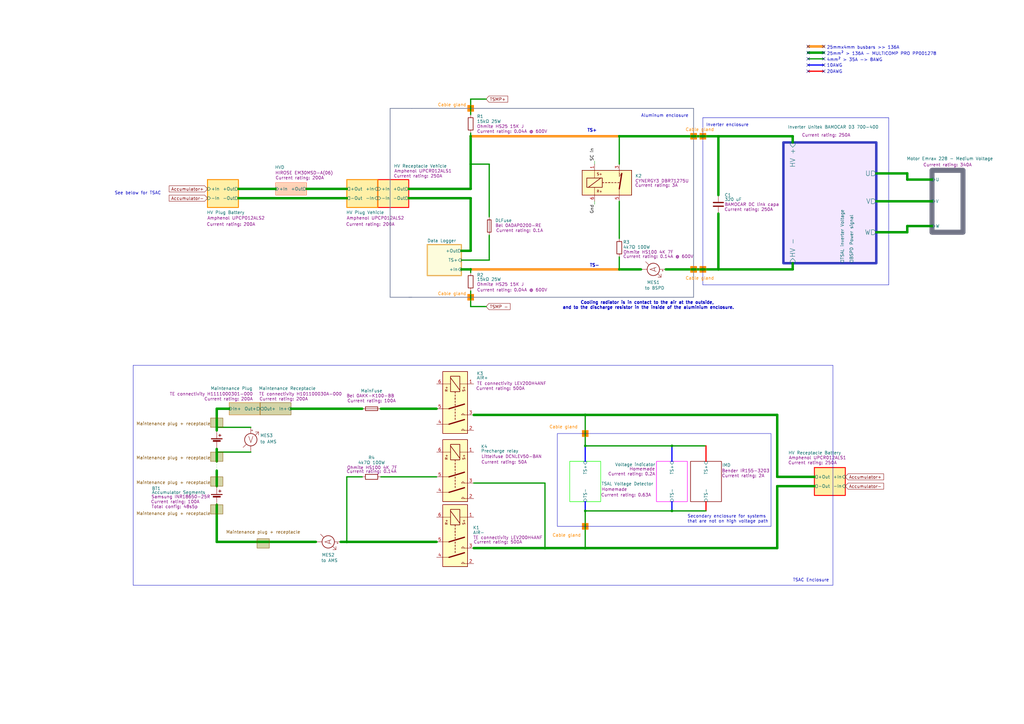
<source format=kicad_sch>
(kicad_sch (version 20231120) (generator "eeschema") (generator_version "8.0")
  (paper "A3")
  (title_block (title "TS entire schematic") (date "2024-03-28") (rev "v2.0") (company "EPSA"))
  (lib_symbols
    (symbol "Device:Ammeter_DC" (pin_numbers hide) (pin_names (offset 0.0254) hide)
      (property "Reference" "MES" (at -3.302 1.016 0))
      (property "Value" "Ammeter_DC" (at -3.302 -0.762 0))
      (symbol "Ammeter_DC_0_0"
        (polyline (pts (xy -3.175 -3.175) (xy -1.905 -1.905)))
        (polyline (pts (xy 1.905 1.905) (xy 3.175 3.175)))
        (polyline (pts (xy 1.905 3.175) (xy 3.175 3.175) (xy 3.175 1.905)))
        (text "A" (at 0 0 0) (effects (font (size 2.54 2.54))))
      )
      (symbol "Ammeter_DC_0_1"
        (polyline (pts (xy 0.254 3.81) (xy 0.762 3.81)))
        (polyline (pts (xy 0.508 4.064) (xy 0.508 3.556)))
        (circle (center 0 0) (radius 2.54) (stroke (width 0.254)))
      )
      (symbol "Ammeter_DC_1_1"
        (pin passive line (at 0 -5.08 90) (length 2.54) (name "-") (number "1"))
        (pin passive line (at 0 5.08 270) (length 2.54) (name "+") (number "2"))
      )
    )
    (symbol "Device:Battery_Cell" (pin_numbers hide) (pin_names (offset 0) hide)
      (property "Reference" "BT" (at 2.54 2.54 0))
      (property "Value" "Battery_Cell" (at 2.54 0 0))
      (symbol "Battery_Cell_0_1"
        (rectangle (start -2.286 1.778) (end 2.286 1.524) (fill (type outline)))
        (rectangle (start -1.524 1.016) (end 1.524 0.508) (fill (type outline)))
        (polyline (pts (xy 0 0.762) (xy 0 0)))
        (polyline (pts (xy 0 1.778) (xy 0 2.54)))
        (polyline (pts (xy 0.762 3.048) (xy 1.778 3.048)) (stroke (width 0.254)))
        (polyline (pts (xy 1.27 3.556) (xy 1.27 2.54)) (stroke (width 0.254)))
      )
      (symbol "Battery_Cell_1_1"
        (pin passive line (at 0 5.08 270) (length 2.54) (name "+") (number "1"))
        (pin passive line (at 0 -2.54 90) (length 2.54) (name "-") (number "2"))
      )
    )
    (symbol "Device:C" (pin_numbers hide) (pin_names (offset 0.254))
      (property "Reference" "C" (at 0.635 2.54 0))
      (property "Value" "C" (at 0.635 -2.54 0))
      (symbol "C_0_1"
        (polyline (pts (xy -2.032 -0.762) (xy 2.032 -0.762)) (stroke (width 0.508)))
        (polyline (pts (xy -2.032 0.762) (xy 2.032 0.762)) (stroke (width 0.508)))
      )
      (symbol "C_1_1"
        (pin passive line (at 0 3.81 270) (length 2.794) (name "~") (number "1"))
        (pin passive line (at 0 -3.81 90) (length 2.794) (name "~") (number "2"))
      )
    )
    (symbol "Device:Fuse" (pin_numbers hide) (pin_names (offset 0))
      (property "Reference" "F" (at 2.032 0 90))
      (property "Value" "Fuse" (at -1.905 0 90))
      (symbol "Fuse_0_1"
        (rectangle (start -0.762 -2.54) (end 0.762 2.54) (stroke (width 0.254)))
        (polyline (pts (xy 0 2.54) (xy 0 -2.54)))
      )
      (symbol "Fuse_1_1"
        (pin passive line (at 0 3.81 270) (length 1.27) (name "~") (number "1"))
        (pin passive line (at 0 -3.81 90) (length 1.27) (name "~") (number "2"))
      )
    )
    (symbol "Device:R" (pin_numbers hide) (pin_names (offset 0))
      (property "Reference" "R" (at 2.032 0 90))
      (property "Value" "R" (at 0 0 90))
      (symbol "R_0_1"
        (rectangle (start -1.016 -2.54) (end 1.016 2.54) (stroke (width 0.254)))
      )
      (symbol "R_1_1"
        (pin passive line (at 0 3.81 270) (length 1.27) (name "~") (number "1"))
        (pin passive line (at 0 -3.81 90) (length 1.27) (name "~") (number "2"))
      )
    )
    (symbol "Device:Voltmeter_DC" (pin_numbers hide) (pin_names (offset 0.0254) hide)
      (property "Reference" "MES" (at -3.302 1.016 0))
      (property "Value" "Voltmeter_DC" (at -3.302 -0.762 0))
      (symbol "Voltmeter_DC_0_0"
        (polyline (pts (xy -3.175 -3.175) (xy -1.905 -1.905)))
        (polyline (pts (xy 1.905 1.905) (xy 3.175 3.175)))
        (polyline (pts (xy 1.905 3.175) (xy 3.175 3.175) (xy 3.175 1.905)))
        (text "V" (at 0 0 0) (effects (font (size 2.54 2.54))))
      )
      (symbol "Voltmeter_DC_0_1"
        (polyline (pts (xy 0.254 3.81) (xy 0.762 3.81)))
        (polyline (pts (xy 0.508 4.064) (xy 0.508 3.556)))
        (circle (center 0 0) (radius 2.54) (stroke (width 0.254)))
      )
      (symbol "Voltmeter_DC_1_1"
        (pin passive line (at 0 -5.08 90) (length 2.54) (name "-") (number "1"))
        (pin passive line (at 0 5.08 270) (length 2.54) (name "+") (number "2"))
      )
    )
    (symbol "EPSA_lib:NC relays"
      (property "Reference" "K" (at 11.43 3.81 0))
      (property "Value" "NC" (at 13.97 1.27 0))
      (symbol "NC relays_1_1"
        (rectangle (start -10.16 5.08) (end 10.16 -5.08) (stroke (width 0.254)) (fill (type background)))
        (rectangle (start -8.255 1.905) (end -1.905 -1.905) (stroke (width 0.254)))
        (polyline (pts (xy -7.62 -1.905) (xy -2.54 1.905)) (stroke (width 0.254)))
        (polyline (pts (xy -5.08 -5.08) (xy -5.08 -1.905)))
        (polyline (pts (xy -5.08 5.08) (xy -5.08 1.905)))
        (polyline (pts (xy -1.905 0) (xy -1.27 0)) (stroke (width 0.254)))
        (polyline (pts (xy -0.635 0) (xy 0 0)) (stroke (width 0.254)))
        (polyline (pts (xy 0.635 0) (xy 1.27 0)) (stroke (width 0.254)))
        (polyline (pts (xy 0.635 0) (xy 1.27 0)) (stroke (width 0.254)))
        (polyline (pts (xy 1.905 0) (xy 2.54 0)) (stroke (width 0.254)))
        (polyline (pts (xy 3.175 0) (xy 3.81 0)) (stroke (width 0.254)))
        (polyline (pts (xy 4.445 0) (xy 5.08 0)) (stroke (width 0.254)))
        (polyline (pts (xy 5.08 -2.54) (xy 5.08 -5.08)))
        (polyline (pts (xy 5.08 -2.54) (xy 6.096 3.81)) (stroke (width 0.508)))
        (polyline (pts (xy 5.08 3.81) (xy 5.08 5.08)))
        (polyline (pts (xy 5.08 3.81) (xy 5.08 2.54) (xy 5.715 3.175) (xy 5.08 3.81)))
        (text "R+" (at -3.048 -3.556 0) (effects (font (size 1.016 1.016))))
        (text "S+" (at -3.048 3.556 0) (effects (font (size 1.016 1.016))))
        (pin passive line (at -5.08 7.62 270) (length 2.54) (name "~") (number "1"))
        (pin passive line (at 5.08 7.62 270) (length 2.54) (name "~") (number "3"))
        (pin passive line (at 5.08 -7.62 90) (length 2.54) (name "~") (number "5"))
        (pin passive line (at -5.08 -7.62 90) (length 2.54) (name "~") (number "6"))
      )
    )
    (symbol "EPSA_lib:RELAYS"
      (property "Reference" "K" (at -13.97 -11.43 0))
      (property "Value" "RELAYS" (at -13.97 -13.97 0))
      (symbol "RELAYS_1_1"
        (rectangle (start -10.16 5.08) (end 15.24 -5.08) (stroke (width 0.254)) (fill (type background)))
        (rectangle (start -8.255 1.905) (end -1.905 -1.905) (stroke (width 0.254)))
        (polyline (pts (xy -7.62 -1.905) (xy -2.54 1.905)) (stroke (width 0.254)))
        (polyline (pts (xy -5.08 -5.08) (xy -5.08 -1.905)))
        (polyline (pts (xy -5.08 5.08) (xy -5.08 1.905)))
        (polyline (pts (xy -1.905 0) (xy -1.27 0)) (stroke (width 0.254)))
        (polyline (pts (xy -0.635 0) (xy 0 0)) (stroke (width 0.254)))
        (polyline (pts (xy 0.635 0) (xy 1.27 0)) (stroke (width 0.254)))
        (polyline (pts (xy 0.635 0) (xy 1.27 0)) (stroke (width 0.254)))
        (polyline (pts (xy 1.905 0) (xy 2.54 0)) (stroke (width 0.254)))
        (polyline (pts (xy 3.175 0) (xy 3.81 0)) (stroke (width 0.254)))
        (polyline (pts (xy 5.08 -2.54) (xy 3.175 3.81)) (stroke (width 0.508)))
        (polyline (pts (xy 5.08 -2.54) (xy 5.08 -5.08)))
        (polyline (pts (xy 5.08 0) (xy 5.715 0)) (stroke (width 0.254)))
        (polyline (pts (xy 6.35 0) (xy 6.985 0)) (stroke (width 0.254)))
        (polyline (pts (xy 7.62 0) (xy 8.255 0)) (stroke (width 0.254)))
        (polyline (pts (xy 7.62 3.81) (xy 7.62 5.08)))
        (polyline (pts (xy 8.89 0) (xy 9.525 0)) (stroke (width 0.254)))
        (polyline (pts (xy 11.43 -2.54) (xy 9.525 3.81)) (stroke (width 0.508)))
        (polyline (pts (xy 11.43 -2.54) (xy 11.43 -5.08)))
        (polyline (pts (xy 13.97 3.81) (xy 13.97 5.08)))
        (polyline (pts (xy 7.62 3.81) (xy 7.62 2.54) (xy 6.985 3.175) (xy 7.62 3.81)))
        (polyline (pts (xy 13.97 3.81) (xy 13.97 2.54) (xy 13.335 3.175) (xy 13.97 3.81)))
        (text "R+" (at -3.048 -3.556 0) (effects (font (size 1.016 1.016))))
        (text "S+" (at -3.048 3.556 0) (effects (font (size 1.016 1.016))))
        (pin passive line (at -5.08 7.62 270) (length 2.54) (name "~") (number "1"))
        (pin passive line (at 13.97 7.62 270) (length 2.54) (name "~") (number "2"))
        (pin passive line (at 7.62 7.62 270) (length 2.54) (name "~") (number "3"))
        (pin passive line (at 11.43 -7.62 90) (length 2.54) (name "~") (number "4"))
        (pin passive line (at 5.08 -7.62 90) (length 2.54) (name "~") (number "5"))
        (pin passive line (at -5.08 -7.62 90) (length 2.54) (name "~") (number "6"))
      )
    )
  )
  (junction (at 254 110.49))
  (junction (at 240.03 182.88))
  (junction (at 254 55.88))
  (junction (at 275.59 209.55))
  (junction (at 294.64 110.49))
  (junction (at 294.64 55.88))
  (junction (at 193.04 67.31))
  (junction (at 88.9 175.26))
  (junction (at 240.03 170.18))
  (junction (at 193.04 110.49))
  (junction (at 240.03 209.55))
  (junction (at 240.03 224.79))
  (junction (at 275.59 182.88))
  (junction (at 88.9 185.42))
  (junction (at 223.52 224.79))
  (junction (at 193.04 55.88))
  (junction (at 142.24 222.25))
  (no_connect (at 337.82 29.21))
  (no_connect (at 331.47 19.05))
  (no_connect (at 331.47 21.59))
  (no_connect (at 337.82 24.13))
  (no_connect (at 331.47 24.13))
  (no_connect (at 337.82 26.67))
  (no_connect (at 331.47 26.67))
  (no_connect (at 331.47 29.21))
  (no_connect (at 337.82 21.59))
  (no_connect (at 337.82 19.05))
  (wire (pts (xy 88.9 222.25) (xy 129.54 222.25)) (stroke (width 1)))
  (wire (pts (xy 275.59 209.55) (xy 289.56 209.55)) (stroke (width 0.5)))
  (wire (pts (xy 119.38 167.64) (xy 148.59 167.64)) (stroke (width 1)))
  (wire (pts (xy 331.47 26.67) (xy 337.82 26.67)) (stroke (width 0.5) (color 0 0 255 1)))
  (wire (pts (xy 88.9 185.42) (xy 102.87 185.42)) (stroke (width 0.5)))
  (wire (pts (xy 88.9 175.26) (xy 88.9 176.53)) (stroke (width 0.5)))
  (wire (pts (xy 200.66 67.31) (xy 193.04 67.31)) (stroke (width 0.5)))
  (wire (pts (xy 318.77 199.39) (xy 334.01 199.39)) (stroke (width 1)))
  (wire (pts (xy 189.23 110.49) (xy 193.04 110.49)) (stroke (width 1)))
  (wire (pts (xy 294.64 80.01) (xy 294.64 55.88)) (stroke (width 1)))
  (polyline (pts (xy 168.91 44.45) (xy 160.02 44.45)) (stroke (width 0.3) (type solid) (color 118 129 159 1)))
  (polyline (pts (xy 288.29 116.84) (xy 289.56 116.84)))
  (polyline (pts (xy 364.49 116.84) (xy 364.49 48.26)))
  (wire (pts (xy 142.24 195.58) (xy 142.24 222.25)) (stroke (width 0.5)))
  (wire (pts (xy 88.9 175.26) (xy 102.87 175.26)) (stroke (width 0.5)))
  (polyline (pts (xy 54.61 149.86) (xy 341.63 149.86)) (stroke (width 0) (type solid)))
  (wire (pts (xy 254 55.88) (xy 294.64 55.88)) (stroke (width 1)))
  (wire (pts (xy 193.04 46.99) (xy 193.04 40.64)) (stroke (width 0.5)))
  (wire (pts (xy 318.77 195.58) (xy 334.01 195.58)) (stroke (width 1)))
  (wire (pts (xy 372.11 92.71) (xy 382.27 92.71)) (stroke (width 1)))
  (wire (pts (xy 200.66 106.68) (xy 200.66 96.52)) (stroke (width 0.5)))
  (wire (pts (xy 193.04 67.31) (xy 193.04 77.47)) (stroke (width 1)))
  (polyline (pts (xy 288.29 48.26) (xy 288.29 116.84)))
  (wire (pts (xy 254 105.41) (xy 254 110.49)) (stroke (width 0.5)))
  (wire (pts (xy 88.9 193.04) (xy 88.9 199.39)) (stroke (width 1)))
  (wire (pts (xy 125.73 77.47) (xy 142.24 77.47)) (stroke (width 1)))
  (wire (pts (xy 289.56 205.74) (xy 289.56 209.55)) (stroke (width 0.5) (color 255 0 0 1)))
  (wire (pts (xy 318.77 170.18) (xy 318.77 195.58)) (stroke (width 1)))
  (wire (pts (xy 97.79 81.28) (xy 142.24 81.28)) (stroke (width 1)))
  (wire (pts (xy 318.77 224.79) (xy 318.77 199.39)) (stroke (width 1)))
  (wire (pts (xy 294.64 110.49) (xy 294.64 87.63)) (stroke (width 1)))
  (wire (pts (xy 372.11 73.66) (xy 382.27 73.66)) (stroke (width 1)))
  (wire (pts (xy 240.03 189.23) (xy 240.03 182.88)) (stroke (width 0.5) (color 0 0 255 1)))
  (wire (pts (xy 359.41 95.25) (xy 372.11 95.25)) (stroke (width 1)))
  (wire (pts (xy 88.9 175.26) (xy 88.9 176.53)) (stroke (width 1)))
  (wire (pts (xy 88.9 189.23) (xy 88.9 185.42)) (stroke (width 1)))
  (wire (pts (xy 88.9 167.64) (xy 88.9 175.26)) (stroke (width 1)))
  (wire (pts (xy 88.9 185.42) (xy 88.9 184.15)) (stroke (width 1)))
  (wire (pts (xy 88.9 189.23) (xy 88.9 193.04)) (stroke (width 0) (type dot)))
  (polyline (pts (xy 363.22 48.26) (xy 364.49 48.26)))
  (wire (pts (xy 189.23 106.68) (xy 200.66 106.68)) (stroke (width 0.5)))
  (wire (pts (xy 193.04 40.64) (xy 199.39 40.64)) (stroke (width 0.5)))
  (polyline (pts (xy 341.63 149.86) (xy 341.63 240.03)) (stroke (width 0) (type solid)))
  (wire (pts (xy 88.9 207.01) (xy 88.9 222.25)) (stroke (width 1)))
  (wire (pts (xy 243.84 66.04) (xy 243.84 67.31)))
  (wire (pts (xy 240.03 170.18) (xy 318.77 170.18)) (stroke (width 1)))
  (wire (pts (xy 193.04 55.88) (xy 193.04 54.61)) (stroke (width 0.5)))
  (wire (pts (xy 193.04 110.49) (xy 254 110.49)) (stroke (width 1.016) (color 255 142 26 1)))
  (polyline (pts (xy 54.61 240.03) (xy 54.61 149.86)) (stroke (width 0) (type solid)))
  (wire (pts (xy 243.84 82.55) (xy 243.84 83.82)))
  (wire (pts (xy 372.11 95.25) (xy 372.11 92.71)) (stroke (width 1)))
  (polyline (pts (xy 288.29 48.26) (xy 363.22 48.26)))
  (wire (pts (xy 193.04 125.73) (xy 199.39 125.73)) (stroke (width 0.5)))
  (wire (pts (xy 325.12 107.95) (xy 325.12 110.49)) (stroke (width 1)))
  (wire (pts (xy 240.03 224.79) (xy 318.77 224.79)) (stroke (width 1)))
  (wire (pts (xy 289.56 182.88) (xy 289.56 189.23)) (stroke (width 0.5) (color 255 0 0 1)))
  (wire (pts (xy 254 110.49) (xy 262.89 110.49)) (stroke (width 1)))
  (wire (pts (xy 194.31 224.79) (xy 223.52 224.79)) (stroke (width 1)))
  (polyline (pts (xy 284.48 121.92) (xy 167.64 121.92)) (stroke (width 0.3) (type solid) (color 118 129 159 1)))
  (wire (pts (xy 275.59 189.23) (xy 275.59 182.88)) (stroke (width 0.5) (color 0 0 255 1)))
  (wire (pts (xy 273.05 110.49) (xy 294.64 110.49)) (stroke (width 1)))
  (wire (pts (xy 142.24 195.58) (xy 148.59 195.58)) (stroke (width 0.5)))
  (wire (pts (xy 193.04 102.87) (xy 189.23 102.87)) (stroke (width 1)))
  (polyline (pts (xy 168.91 44.45) (xy 284.48 44.45)) (stroke (width 0.3) (type solid) (color 118 129 159 1)))
  (wire (pts (xy 88.9 185.42) (xy 88.9 184.15)) (stroke (width 0.5)))
  (wire (pts (xy 156.21 195.58) (xy 179.07 195.58)) (stroke (width 0.5)))
  (polyline (pts (xy 284.48 44.45) (xy 284.48 121.92)) (stroke (width 0.3) (type solid) (color 118 129 159 1)))
  (wire (pts (xy 194.31 170.18) (xy 240.03 170.18)) (stroke (width 1)))
  (wire (pts (xy 331.47 21.59) (xy 337.82 21.59)) (stroke (width 1)))
  (wire (pts (xy 193.04 111.76) (xy 193.04 110.49)) (stroke (width 0.5)))
  (wire (pts (xy 139.7 222.25) (xy 142.24 222.25)) (stroke (width 1)))
  (wire (pts (xy 240.03 209.55) (xy 240.03 224.79)) (stroke (width 0.5)))
  (wire (pts (xy 359.41 82.55) (xy 382.27 82.55)) (stroke (width 1)))
  (wire (pts (xy 240.03 209.55) (xy 275.59 209.55)) (stroke (width 0.5)))
  (wire (pts (xy 193.04 119.38) (xy 193.04 125.73)) (stroke (width 0.5)))
  (wire (pts (xy 254 67.31) (xy 254 55.88)) (stroke (width 0.5)))
  (wire (pts (xy 97.79 77.47) (xy 113.03 77.47)) (stroke (width 1)))
  (wire (pts (xy 359.41 71.12) (xy 372.11 71.12)) (stroke (width 1)))
  (wire (pts (xy 200.66 88.9) (xy 200.66 67.31)) (stroke (width 0.5)))
  (wire (pts (xy 142.24 222.25) (xy 179.07 222.25)) (stroke (width 1)))
  (wire (pts (xy 294.64 110.49) (xy 325.12 110.49)) (stroke (width 1)))
  (wire (pts (xy 331.47 29.21) (xy 337.82 29.21)) (stroke (width 0.5) (color 255 0 0 1)))
  (wire (pts (xy 240.03 182.88) (xy 275.59 182.88)) (stroke (width 0.5)))
  (wire (pts (xy 223.52 224.79) (xy 240.03 224.79)) (stroke (width 1)))
  (wire (pts (xy 193.04 81.28) (xy 193.04 102.87)) (stroke (width 1)))
  (wire (pts (xy 275.59 182.88) (xy 289.56 182.88)) (stroke (width 0.5)))
  (wire (pts (xy 294.64 55.88) (xy 325.12 55.88)) (stroke (width 1)))
  (wire (pts (xy 331.47 19.05) (xy 337.82 19.05)) (stroke (width 1.016) (color 255 142 26 1)))
  (wire (pts (xy 223.52 198.12) (xy 223.52 224.79)) (stroke (width 0.5)))
  (wire (pts (xy 254 82.55) (xy 254 97.79)) (stroke (width 0.5)))
  (wire (pts (xy 156.21 167.64) (xy 179.07 167.64)) (stroke (width 1)))
  (polyline (pts (xy 341.63 240.03) (xy 54.61 240.03)) (stroke (width 0) (type solid)))
  (wire (pts (xy 240.03 170.18) (xy 240.03 182.88)) (stroke (width 0.5)))
  (wire (pts (xy 240.03 209.55) (xy 240.03 205.74)) (stroke (width 0.5) (color 0 0 255 1)))
  (wire (pts (xy 275.59 209.55) (xy 275.59 205.74)) (stroke (width 0.5) (color 0 0 255 1)))
  (wire (pts (xy 167.64 81.28) (xy 193.04 81.28)) (stroke (width 1)))
  (polyline (pts (xy 160.02 44.45) (xy 160.02 121.92)) (stroke (width 0.3) (type solid) (color 118 129 159 1)))
  (wire (pts (xy 194.31 198.12) (xy 223.52 198.12)) (stroke (width 0.5)))
  (wire (pts (xy 167.64 77.47) (xy 193.04 77.47)) (stroke (width 1)))
  (wire (pts (xy 372.11 71.12) (xy 372.11 73.66)) (stroke (width 1)))
  (wire (pts (xy 88.9 167.64) (xy 93.98 167.64)) (stroke (width 1)))
  (polyline (pts (xy 160.02 121.92) (xy 168.91 121.92)) (stroke (width 0.3) (type solid) (color 118 129 159 1)))
  (wire (pts (xy 193.04 55.88) (xy 254 55.88)) (stroke (width 1.016) (color 255 142 26 1)))
  (wire (pts (xy 325.12 55.88) (xy 325.12 58.42)) (stroke (width 1)))
  (wire (pts (xy 331.47 24.13) (xy 337.82 24.13)) (stroke (width 0.5)))
  (wire (pts (xy 193.04 55.88) (xy 193.04 67.31)) (stroke (width 1)))
  (polyline (pts (xy 289.56 116.84) (xy 364.49 116.84)))
  (rectangle (start 283.21 54.61) (end 285.75 57.15) (stroke (width 0) (color 255 124 0 1)) (fill (type color) (color 255 134 0 1)))
  (rectangle (start 287.02 109.22) (end 289.56 111.76) (stroke (width 0) (color 255 124 0 1)) (fill (type color) (color 255 134 0 1)))
  (rectangle (start 105.41 220.98) (end 110.49 224.79) (stroke (width 0) (color 128 77 0 1)) (fill (type color) (color 132 132 0 0.35)))
  (rectangle (start 86.36 185.42) (end 91.44 189.23) (stroke (width 0) (color 128 77 0 1)) (fill (type color) (color 132 132 0 0.35)))
  (rectangle (start 86.36 207.01) (end 91.44 210.82) (stroke (width 0) (color 128 77 0 1)) (fill (type color) (color 132 132 0 0.35)))
  (rectangle (start 191.77 43.18) (end 194.31 45.72) (stroke (width 0) (color 255 124 0 1)) (fill (type color) (color 255 134 0 1)))
  (rectangle (start 238.76 176.53) (end 241.3 179.07) (stroke (width 0) (color 255 124 0 1)) (fill (type color) (color 255 134 0 1)))
  (rectangle (start 287.02 54.61) (end 289.56 57.15) (stroke (width 0) (color 255 124 0 1)) (fill (type color) (color 255 134 0 1)))
  (rectangle (start 86.36 171.45) (end 91.44 175.26) (stroke (width 0) (color 128 77 0 1)) (fill (type color) (color 132 132 0 0.35)))
  (rectangle (start 228.6 177.8) (end 316.23 215.9))
  (rectangle (start 191.77 120.65) (end 194.31 123.19) (stroke (width 0) (color 255 124 0 1)) (fill (type color) (color 255 134 0 1)))
  (rectangle (start 238.76 214.63) (end 241.3 217.17) (stroke (width 0) (color 255 124 0 1)) (fill (type color) (color 255 134 0 1)))
  (rectangle (start 86.36 195.58) (end 91.44 199.39) (stroke (width 0) (color 128 77 0 1)) (fill (type color) (color 132 132 0 0.35)))
  (rectangle (start 283.21 109.22) (end 285.75 111.76) (stroke (width 0) (color 255 124 0 1)) (fill (type color) (color 255 134 0 1)))
  (text "See below for TSAC" (at 46.99 80.01 0) (effects (font (size 1.27 1.27)) (justify left bottom)))
  (text "Cooling radiator is in contact to the air at the outside, \nand to the discharge resistor in the inside of the aluminium enclosure." (at 265.938 125.222 0) (effects (font (size 1.27 1.27) (bold yes))))
  (text "Cable gland" (at 185.42 120.65 0) (effects (font (size 1.27 1.27))))
  (text "25mmx4mm busbars >> 136A" (at 339.09 20.32 0) (effects (font (size 1.27 1.27)) (justify left bottom)))
  (text "Cable gland" (at 287.02 53.34 0) (effects (font (size 1.27 1.27))))
  (text "Secondary enclosure for systems \nthat are not on high voltage path" (at 281.94 214.63 0) (effects (font (size 1.27 1.27)) (justify left bottom)))
  (text "Maintenance plug + receptacle\n" (at 71.12 210.82 0) (effects (font (size 1.27 1.27))))
  (text "TSAC Enclosure" (at 325.12 238.76 0) (effects (font (size 1.27 1.27)) (justify left bottom)))
  (text "10AWG\n" (at 339.09 27.686 0) (effects (font (size 1.27 1.27)) (justify left bottom)))
  (text "25mm² > 136A - MULTICOMP PRO PP001278\n" (at 339.09 22.86 0) (effects (font (size 1.27 1.27)) (justify left bottom)))
  (text "Cable gland" (at 231.14 175.26 0) (effects (font (size 1.27 1.27))))
  (text "Maintenance plug + receptacle\n" (at 107.95 218.44 0) (effects (font (size 1.27 1.27))))
  (text "Cable gland" (at 287.02 114.3 0) (effects (font (size 1.27 1.27))))
  (text "20AWG\n" (at 339.09 30.226 0) (effects (font (size 1.27 1.27)) (justify left bottom)))
  (text "4mm² > 35A -> 8AWG\n" (at 339.09 25.4 0) (effects (font (size 1.27 1.27)) (justify left bottom)))
  (text "Maintenance plug + receptacle\n" (at 71.12 173.99 0) (effects (font (size 1.27 1.27))))
  (text "Cable gland" (at 232.41 219.71 0) (effects (font (size 1.27 1.27))))
  (text "TS-" (at 243.84 108.966 0) (effects (font (size 1.27 1.27) (thickness 0.254) (bold yes))))
  (text "Maintenance plug + receptacle\n" (at 71.12 198.12 0) (effects (font (size 1.27 1.27))))
  (text "Aluminum enclosure" (at 262.89 48.26 0) (effects (font (size 1.27 1.27)) (justify left bottom)))
  (text "Inverter enclosure" (at 289.56 52.07 0) (effects (font (size 1.27 1.27)) (justify left bottom)))
  (text "Cable gland" (at 185.42 43.18 0) (effects (font (size 1.27 1.27))))
  (text "TS+" (at 242.824 53.594 0) (effects (font (size 1.27 1.27) (thickness 0.254) (bold yes))))
  (text "Maintenance plug + receptacle\n" (at 71.12 187.96 0) (effects (font (size 1.27 1.27))))
  (label "Gnd" (at 243.84 83.82 270))
  (label "SC in" (at 243.84 66.04 90))
  (global_label "Accumulator-" (shape input) (at 85.09 81.28 180) (property "Intersheetrefs" "${INTERSHEET_REFS}" (effects (hide yes))))
  (global_label "Accumulator+" (shape input) (at 346.71 195.58 0) (property "Intersheetrefs" "${INTERSHEET_REFS}" (effects (hide yes))))
  (global_label "Accumulator+" (shape input) (at 85.09 77.47 180) (property "Intersheetrefs" "${INTERSHEET_REFS}" (effects (hide yes))))
  (global_label "TSMP -" (shape input) (at 199.39 125.73 0) (property "Intersheetrefs" "${INTERSHEET_REFS}" (effects (hide yes))))
  (global_label "Accumulator-" (shape input) (at 346.71 199.39 0) (property "Intersheetrefs" "${INTERSHEET_REFS}" (effects (hide yes))))
  (global_label "TSMP+" (shape input) (at 199.39 40.64 0) (property "Intersheetrefs" "${INTERSHEET_REFS}" (effects (hide yes))))
  (symbol (lib_id "EPSA_lib:NC relays") (at 248.92 74.93 0) (unit 1) (exclude_from_sim yes)
    (property "Reference" "K2" (at 261.874 72.136 0))
    (property "Value" "CYNERGY3 DBR71275U" (effects (hide yes)))
    (property "Footprint" "Relay_THT:Relay_1P1T_NO_10x24x18.8mm_Panasonic_ADW11xxxxW_THT" (effects (hide yes)))
    (property "Datasheet" "https://www.panasonic-electric-works.com/pew/es/downloads/ds_dw_hl_en.pdf" (effects (hide yes)))
    (property "Description" "CYNERGY3 DBR71275U" (at 271.526 74.168 0))
    (property "Current rating" "3A" (at 269.24 75.946 0) (show_name yes))
  )
  (symbol (lib_id "Device:R") (at 254 101.6 180) (unit 1)
    (property "Reference" "R3" (at 255.524 99.314 0) (effects (justify right)))
    (property "Value" "4k7Ω 100W" (at 255.524 101.346 0) (effects (justify right)))
    (property "Description" "Ohmite HS100 4K 7F" (at 265.938 103.378 0))
    (property "Current rating" "0.14A @ 600V" (at 270.002 105.156 0) (show_name yes))
  )
  (symbol (lib_id "Device:R") (at 152.4 195.58 270) (unit 1)
    (property "Reference" "R4" (at 152.4 187.706 90))
    (property "Value" "4k7Ω 100W" (at 152.4 189.738 90))
    (property "Description" "Ohmite HS100 4K 7F" (at 152.654 191.77 90))
    (property "Current rating" "0.14A" (at 152.4 193.294 90) (show_name yes))
  )
  (symbol (lib_id "Device:Ammeter_DC") (at 267.97 110.49 270) (unit 1)
    (property "Reference" "MES1" (at 267.97 115.824 90))
    (property "Value" "to BSPD" (at 268.478 118.11 90))
    (property "Description" "DC ammeter" (effects (hide yes)))
  )
  (symbol (lib_id "Device:C") (at 294.64 83.82 0) (unit 1)
    (property "Reference" "C1" (at 297.18 80.01 0) (effects (justify left)))
    (property "Value" "320 uF" (at 297.18 81.788 0) (effects (justify left)))
    (property "Description" "BAMOCAR DC link capa" (at 308.356 83.82 0))
    (property "Current rating" "250A" (at 307.086 85.852 0) (show_name yes))
  )
  (symbol (lib_id "EPSA_lib:RELAYS") (at 186.69 217.17 270) (unit 1)
    (property "Reference" "K1" (at 195.326 216.408 90))
    (property "Value" "AIR-" (at 196.342 218.44 90))
    (property "Footprint" "Relay_THT:Relay_1P1T_NO_10x24x18.8mm_Panasonic_ADW11xxxxW_THT" (effects (hide yes)))
    (property "Datasheet" "https://www.panasonic-electric-works.com/pew/es/downloads/ds_dw_hl_en.pdf" (effects (hide yes)))
    (property "Description" "TE connectivity LEV200H4ANF " (at 208.788 220.472 90))
    (property "Current rating" "500A" (at 204.216 222.25 90) (show_name yes))
  )
  (symbol (lib_id "Device:Ammeter_DC") (at 134.62 222.25 270) (unit 1)
    (property "Reference" "MES2" (at 134.62 227.584 90))
    (property "Value" "to AMS" (at 135.128 229.87 90))
    (property "Description" "DC ammeter" (effects (hide yes)))
  )
  (symbol (lib_id "Device:Battery_Cell") (at 88.9 181.61 0) (unit 1)
    (property "Reference" "BT2" (effects (hide yes)))
    (property "Value" "Accumulator Segments" (effects (hide yes)))
    (property "Description" " Samsung INR18650-25R" (effects (hide yes)))
    (property "Current rating" "100A" (effects (hide yes)))
  )
  (symbol (lib_id "Device:R") (at 193.04 115.57 0) (unit 1)
    (property "Reference" "R2" (at 195.58 112.776 0) (effects (justify left)))
    (property "Value" "15kΩ 25W" (at 195.58 114.554 0) (effects (justify left)))
    (property "Description" "Ohmite HS25 15K J " (at 205.74 116.586 0))
    (property "Current rating" "0.04A @ 600V" (at 210.058 118.872 0) (show_name yes))
  )
  (symbol (lib_id "Device:Voltmeter_DC") (at 102.87 180.34 0) (unit 1)
    (property "Reference" "MES3" (at 106.68 178.6254 0) (effects (justify left)))
    (property "Value" "to AMS" (at 106.68 181.1654 0) (effects (justify left)))
    (property "Description" "DC voltmeter" (effects (hide yes)))
  )
  (symbol (lib_id "Device:R") (at 193.04 50.8 0) (unit 1)
    (property "Reference" "R1" (at 195.58 47.752 0) (effects (justify left)))
    (property "Value" "15kΩ 25W" (at 195.58 49.784 0) (effects (justify left)))
    (property "Description" "Ohmite HS25 15K J " (at 205.74 51.816 0))
    (property "Current rating" "0.04A @ 600V" (at 210.058 53.848 0) (show_name yes))
  )
  (symbol (lib_id "EPSA_lib:RELAYS") (at 186.69 162.56 270) (unit 1)
    (property "Reference" "K3" (at 196.85 153.162 90))
    (property "Value" "AIR+" (at 197.866 154.94 90))
    (property "Footprint" "Relay_THT:Relay_1P1T_NO_10x24x18.8mm_Panasonic_ADW11xxxxW_THT" (effects (hide yes)))
    (property "Datasheet" "https://www.panasonic-electric-works.com/pew/es/downloads/ds_dw_hl_en.pdf" (effects (hide yes)))
    (property "Description" "TE connectivity LEV200H4ANF " (at 210.312 157.226 90))
    (property "Current rating" "500A" (at 205.232 159.258 90) (show_name yes))
  )
  (symbol (lib_id "Device:Fuse") (at 200.66 92.71 0) (unit 1)
    (property "Reference" "DLFuse" (at 206.502 90.424 0))
    (property "Value" "100" (effects (hide yes)))
    (property "Description" "Bel 0ADAP0200-RE" (at 212.598 92.456 0))
    (property "Current rating" "0.1A" (at 213.106 94.488 0) (show_name yes))
  )
  (symbol (lib_id "EPSA_lib:RELAYS") (at 186.69 190.5 270) (unit 1)
    (property "Reference" "K4" (at 198.628 183.134 90))
    (property "Value" "Precharge relay" (at 204.978 184.912 90))
    (property "Footprint" "Relay_THT:Relay_1P1T_NO_10x24x18.8mm_Panasonic_ADW11xxxxW_THT" (effects (hide yes)))
    (property "Datasheet" "https://www.panasonic-electric-works.com/pew/es/downloads/ds_dw_hl_en.pdf" (effects (hide yes)))
    (property "Description" "Littelfuse DCNLEV50-BAN " (at 210.312 187.198 90))
    (property "Current rating" "50A" (at 206.756 189.484 90) (show_name yes))
  )
  (symbol (lib_id "Device:Battery_Cell") (at 88.9 204.47 0) (unit 1)
    (property "Reference" "BT1" (at 62.23 200.3424 0) (effects (justify left)))
    (property "Value" "Accumulator Segments" (at 62.23 201.93 0) (effects (justify left)))
    (property "Description" " Samsung INR18650-25R" (at 73.66 203.708 0))
    (property "Current rating" "100A" (at 71.882 205.74 0) (show_name yes))
    (property "Total config" "48s5p" (at 71.628 207.772 0) (show_name yes))
  )
  (symbol (lib_id "Device:Fuse") (at 152.4 167.64 90) (unit 1)
    (property "Reference" "MainFuse" (at 152.4 160.274 90))
    (property "Value" "100" (effects (hide yes)))
    (property "Description" "Bel 0AKK-K100-BB " (at 152.4 162.306 90))
    (property "Current rating" "100A" (at 152.4 164.338 90) (show_name yes))
  )
  (sheet (at 106.68 165.1) (size 12.7 5.08) (stroke (width 0.1524) (color 128 77 0 1)) (fill (color 132 132 0 0.3500))
    (property "Sheetname" "Maintenance Receptacle" (at 106.172 160.02 0) (effects (justify left bottom)))
    (property "Sheetfile" "Maintenance Connectors.kicad_sch" (effects (hide yes)))
    (property "Description" "TE connectivity H101100030A-000 " (at 123.698 161.544 0))
    (property "Current rating" "200A" (at 116.332 163.576 0) (show_name yes))
    (pin "In+" input (at 119.38 167.64 0))
    (pin "Out+" output (at 106.68 167.64 180))
  )
  (sheet (at 233.68 189.23) (size 12.7 16.51) (stroke (width 0.1524) (color 15 255 0 1))
    (property "Sheetname" "TSAL Voltage Detector" (at 246.634 199.136 0) (effects (justify left bottom)))
    (property "Sheetfile" "TSAL Voltage Detector.kicad_sch" (effects (hide yes)))
    (property "Description" "Homemade" (at 251.968 200.66 0))
    (property "Current rating" "0.63A" (at 256.794 202.946 0) (show_name yes))
    (pin "TS+" input (at 240.03 189.23 90))
    (pin "TS-" input (at 240.03 205.74 270))
  )
  (sheet (at 93.98 165.1) (size 12.7 5.08) (stroke (width 0.1524) (color 204 102 0 1)) (fill (color 132 132 0 0.3500))
    (property "Sheetname" "Maintenance Plug" (at 86.36 160.02 0) (effects (justify left bottom)))
    (property "Sheetfile" "Maintenance Connectors.kicad_sch" (effects (hide yes)))
    (property "Description" "TE connectivity H1111000301-000 " (at 87.122 161.544 0))
    (property "Current rating" "200A" (at 93.726 163.576 0) (show_name yes))
    (pin "In+" input (at 93.98 167.64 180))
    (pin "Out+" output (at 106.68 167.64 0))
  )
  (sheet (at 382.27 69.85) (size 12.7 25.4) (stroke (width 2) (color 112 115 133 1))
    (property "Sheetname" "Motor Emrax 228 - Medium Voltage" (at 371.856 65.786 0) (effects (justify left bottom)))
    (property "Sheetfile" "Motor Emrax.kicad_sch" (effects (hide yes)))
    (property "Current rating" "340A" (at 388.62 67.564 0) (show_name yes))
    (pin "U" input (at 382.27 73.66 180))
    (pin "V" input (at 382.27 82.55 180))
    (pin "W" input (at 382.27 92.71 180))
  )
  (sheet (at 85.09 73.66) (size 12.7 11.43) (stroke (width 0.381) (color 255 144 0 1)) (fill (color 255 211 0 0.3500))
    (property "Sheetname" "HV Plug Battery" (at 84.836 87.884 0) (effects (justify left bottom)))
    (property "Sheetfile" "HV Connector.kicad_sch" (effects (hide yes)))
    (property "Description" "Amphenol UPCP012ALS2 " (at 97.282 89.408 0))
    (property "Current rating" "200A" (at 94.742 91.948 0) (show_name yes))
    (pin "+In" input (at 85.09 77.47 180))
    (pin "-In" input (at 85.09 81.28 180))
    (pin "+Out" output (at 97.79 77.47 0))
    (pin "-Out" output (at 97.79 81.28 0))
  )
  (sheet (at 321.31 58.42) (size 38.1 49.53) (stroke (width 1) (color 46 53 187 1)) (fill (color 243 231 255 1.0000))
    (property "Sheetname" "Inverter Unitek BAMOCAR D3 700-400" (at 323.088 52.832 0) (effects (justify left bottom)))
    (property "Sheetfile" "Inverter.kicad_sch" (effects (hide yes)))
    (property "Current rating" "250A" (at 338.836 55.372 0) (show_name yes))
    (pin "HV +" input (at 325.12 58.42 90) (effects (font (size 2 2))))
    (pin "HV -" input (at 325.12 107.95 270) (effects (font (size 2 2))))
    (pin "U" output (at 359.41 71.12 0) (effects (font (size 2 2))))
    (pin "V" output (at 359.41 82.55 0) (effects (font (size 2 2))))
    (pin "W" output (at 359.41 95.25 0) (effects (font (size 2 2))))
    (pin "BSPD Power signal" output (at 349.25 107.95 270))
    (pin "TSAL inverter Voltage" output (at 345.44 107.95 270))
  )
  (sheet (at 154.94 73.66) (size 12.7 11.43) (stroke (width 0.381) (color 255 0 4 1)) (fill (color 255 211 0 0.3500))
    (property "Sheetname" "HV Receptacle Vehicle" (at 161.544 68.834 0) (effects (justify left bottom)))
    (property "Sheetfile" "HV Connector.kicad_sch" (effects (hide yes)))
    (property "Description" "Amphenol UPCR012ALS1" (at 173.482 70.104 0))
    (property "Current rating" "250A" (at 171.45 72.136 0) (show_name yes))
    (pin "+In" input (at 154.94 77.47 180))
    (pin "-In" input (at 154.94 81.28 180))
    (pin "+Out" output (at 167.64 77.47 0))
    (pin "-Out" output (at 167.64 81.28 0))
  )
  (sheet (at 142.24 73.66) (size 12.7 11.43) (stroke (width 0.381) (color 255 144 0 1)) (fill (color 255 211 0 0.3500))
    (property "Sheetname" "HV Plug Vehicle" (at 141.986 87.884 0) (effects (justify left bottom)))
    (property "Sheetfile" "HV Connector.kicad_sch" (effects (hide yes)))
    (property "Description" "Amphenol UPCP012ALS2 " (at 154.432 89.408 0))
    (property "Current rating" "200A" (at 151.892 91.948 0) (show_name yes))
    (pin "+In" input (at 154.94 77.47 0))
    (pin "-In" input (at 154.94 81.28 0))
    (pin "+Out" output (at 142.24 77.47 180))
    (pin "-Out" output (at 142.24 81.28 180))
  )
  (sheet (at 283.21 189.23) (size 12.7 16.51) (stroke (width 0.1524))
    (property "Sheetname" "IMD" (at 296.164 191.516 0) (effects (justify left bottom)))
    (property "Sheetfile" "IMD.kicad_sch" (effects (hide yes)))
    (property "Description" "Bender IR155-3203 " (at 306.324 193.04 0))
    (property "Current rating" "2A" (at 304.8 195.072 0) (show_name yes))
    (pin "TS+" input (at 289.56 189.23 90))
    (pin "TS-" input (at 289.56 205.74 270))
  )
  (sheet (at 269.24 189.23) (size 12.7 16.51) (stroke (width 0.1524) (color 255 24 250 1))
    (property "Sheetname" "Voltage indicator" (at 252.222 191.262 0) (effects (justify left bottom)))
    (property "Sheetfile" "Voltage indicator.kicad_sch" (effects (hide yes)))
    (property "Description" "Homemade" (at 263.398 192.278 0))
    (property "Current rating" "0.2A" (at 259.08 194.31 0) (show_name yes))
    (pin "TS+" input (at 275.59 189.23 90))
    (pin "TS-" input (at 275.59 205.74 270))
  )
  (sheet (at 175.26 100.33) (size 13.97 12.7) (stroke (width 0.5) (color 233 178 89 1)) (fill (color 253 252 220 1.0000))
    (property "Sheetname" "Data Logger" (at 175.26 99.4446 0) (effects (justify left bottom)))
    (property "Sheetfile" "Data logger.kicad_sch" (effects (hide yes)))
    (pin "+In" input (at 189.23 110.49 0))
    (pin "+Out" output (at 189.23 102.87 0))
    (pin "TS+" input (at 189.23 106.68 0))
  )
  (sheet (at 113.03 74.93) (size 12.7 5.08) (stroke (width 0.1524) (color 255 91 47 1)) (fill (color 255 209 182 1.0000))
    (property "Sheetname" "HVD" (at 112.776 69.342 0) (effects (justify left bottom)))
    (property "Sheetfile" "HVD.kicad_sch" (effects (hide yes)))
    (property "Description" "HIROSE EM30MSD-A(06) " (at 125.222 70.866 0))
    (property "Current rating" "200A" (at 122.936 72.898 0) (show_name yes))
    (pin "+In" input (at 113.03 77.47 180))
    (pin "+Out" output (at 125.73 77.47 0))
  )
  (sheet (at 334.01 191.77) (size 12.7 11.43) (stroke (width 0.381) (color 255 0 4 1)) (fill (color 255 211 0 0.3500))
    (property "Sheetname" "HV Receptacle Battery" (at 323.342 186.436 0) (effects (justify left bottom)))
    (property "Sheetfile" "HV Connector.kicad_sch" (effects (hide yes)))
    (property "Description" "Amphenol UPCR012ALS1" (at 335.28 187.706 0))
    (property "Current rating" "250A" (at 333.248 189.738 0) (show_name yes))
    (pin "+In" input (at 346.71 195.58 0))
    (pin "-In" input (at 346.71 199.39 0))
    (pin "+Out" output (at 334.01 195.58 180))
    (pin "-Out" output (at 334.01 199.39 180))
  )
)
</source>
